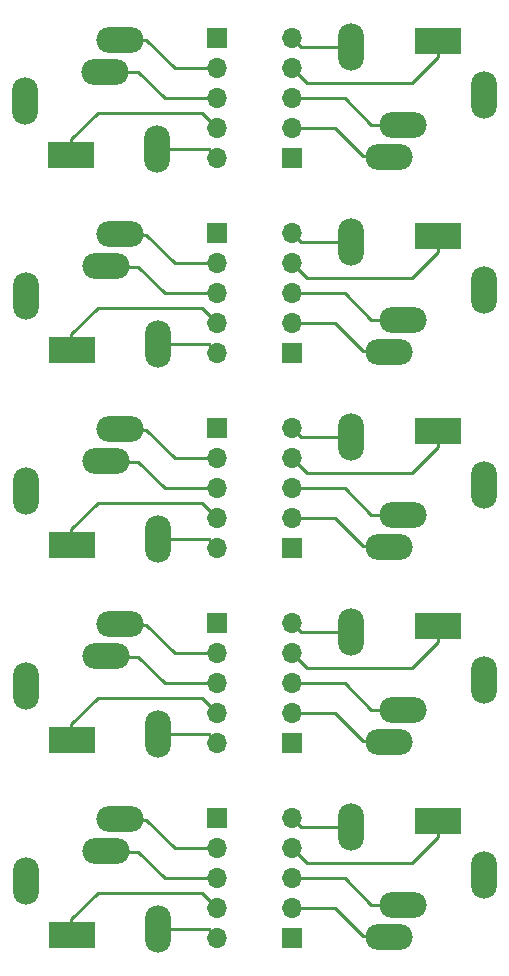
<source format=gbr>
G04 #@! TF.GenerationSoftware,KiCad,Pcbnew,(5.1.5-0-10_14)*
G04 #@! TF.CreationDate,2020-03-15T18:41:56-04:00*
G04 #@! TF.ProjectId,hp_breakout,68705f62-7265-4616-9b6f-75742e6b6963,rev?*
G04 #@! TF.SameCoordinates,Original*
G04 #@! TF.FileFunction,Copper,L1,Top*
G04 #@! TF.FilePolarity,Positive*
%FSLAX46Y46*%
G04 Gerber Fmt 4.6, Leading zero omitted, Abs format (unit mm)*
G04 Created by KiCad (PCBNEW (5.1.5-0-10_14)) date 2020-03-15 18:41:56*
%MOMM*%
%LPD*%
G04 APERTURE LIST*
%ADD10R,4.000000X2.200000*%
%ADD11O,2.200000X4.000000*%
%ADD12O,4.000000X2.200000*%
%ADD13O,1.700000X1.700000*%
%ADD14R,1.700000X1.700000*%
%ADD15C,0.250000*%
G04 APERTURE END LIST*
D10*
X48604000Y-42319000D03*
D11*
X55904000Y-41819000D03*
D12*
X51504000Y-35219000D03*
X52704000Y-32519000D03*
D11*
X44704000Y-37719000D03*
D10*
X48641000Y-58801000D03*
D11*
X55941000Y-58301000D03*
D12*
X51541000Y-51701000D03*
X52741000Y-49001000D03*
D11*
X44741000Y-54201000D03*
D10*
X79629000Y-49149000D03*
D11*
X72329000Y-49649000D03*
D12*
X76729000Y-56249000D03*
X75529000Y-58949000D03*
D11*
X83529000Y-53749000D03*
D10*
X48641000Y-108331000D03*
D11*
X55941000Y-107831000D03*
D12*
X51541000Y-101231000D03*
X52741000Y-98531000D03*
D11*
X44741000Y-103731000D03*
D10*
X79629000Y-65659000D03*
D11*
X72329000Y-66159000D03*
D12*
X76729000Y-72759000D03*
X75529000Y-75459000D03*
D11*
X83529000Y-70259000D03*
D10*
X79629000Y-82169000D03*
D11*
X72329000Y-82669000D03*
D12*
X76729000Y-89269000D03*
X75529000Y-91969000D03*
D11*
X83529000Y-86769000D03*
D10*
X48641000Y-75311000D03*
D11*
X55941000Y-74811000D03*
D12*
X51541000Y-68211000D03*
X52741000Y-65511000D03*
D11*
X44741000Y-70711000D03*
D10*
X79629000Y-32639000D03*
D11*
X72329000Y-33139000D03*
D12*
X76729000Y-39739000D03*
X75529000Y-42439000D03*
D11*
X83529000Y-37239000D03*
D10*
X79629000Y-98679000D03*
D11*
X72329000Y-99179000D03*
D12*
X76729000Y-105779000D03*
X75529000Y-108479000D03*
D11*
X83529000Y-103279000D03*
D10*
X48641000Y-91821000D03*
D11*
X55941000Y-91321000D03*
D12*
X51541000Y-84721000D03*
X52741000Y-82021000D03*
D11*
X44741000Y-87221000D03*
D13*
X67310000Y-48895000D03*
X67310000Y-51435000D03*
X67310000Y-53975000D03*
X67310000Y-56515000D03*
D14*
X67310000Y-59055000D03*
X60960000Y-98425000D03*
D13*
X60960000Y-100965000D03*
X60960000Y-103505000D03*
X60960000Y-106045000D03*
X60960000Y-108585000D03*
X67310000Y-65405000D03*
X67310000Y-67945000D03*
X67310000Y-70485000D03*
X67310000Y-73025000D03*
D14*
X67310000Y-75565000D03*
X67310000Y-92075000D03*
D13*
X67310000Y-89535000D03*
X67310000Y-86995000D03*
X67310000Y-84455000D03*
X67310000Y-81915000D03*
X60960000Y-75565000D03*
X60960000Y-73025000D03*
X60960000Y-70485000D03*
X60960000Y-67945000D03*
D14*
X60960000Y-65405000D03*
X67310000Y-42545000D03*
D13*
X67310000Y-40005000D03*
X67310000Y-37465000D03*
X67310000Y-34925000D03*
X67310000Y-32385000D03*
X67310000Y-98425000D03*
X67310000Y-100965000D03*
X67310000Y-103505000D03*
X67310000Y-106045000D03*
D14*
X67310000Y-108585000D03*
X60960000Y-81915000D03*
D13*
X60960000Y-84455000D03*
X60960000Y-86995000D03*
X60960000Y-89535000D03*
X60960000Y-92075000D03*
X60960000Y-59055000D03*
X60960000Y-56515000D03*
X60960000Y-53975000D03*
X60960000Y-51435000D03*
D14*
X60960000Y-48895000D03*
X60960000Y-32385000D03*
D13*
X60960000Y-34925000D03*
X60960000Y-37465000D03*
X60960000Y-40005000D03*
X60960000Y-42545000D03*
D15*
X48604000Y-40969000D02*
X50838000Y-38735000D01*
X48604000Y-42319000D02*
X48604000Y-40969000D01*
X59690000Y-38735000D02*
X60960000Y-40005000D01*
X50838000Y-38735000D02*
X59690000Y-38735000D01*
X60234000Y-41819000D02*
X60960000Y-42545000D01*
X55904000Y-41819000D02*
X60234000Y-41819000D01*
X51504000Y-35219000D02*
X54269000Y-35219000D01*
X56515000Y-37465000D02*
X60960000Y-37465000D01*
X54269000Y-35219000D02*
X56515000Y-37465000D01*
X54954000Y-32519000D02*
X57360000Y-34925000D01*
X52704000Y-32519000D02*
X54954000Y-32519000D01*
X57360000Y-34925000D02*
X60960000Y-34925000D01*
X70910000Y-56515000D02*
X67310000Y-56515000D01*
X73316000Y-58921000D02*
X70910000Y-56515000D01*
X75566000Y-58921000D02*
X73316000Y-58921000D01*
X71755000Y-53975000D02*
X67310000Y-53975000D01*
X74001000Y-56221000D02*
X71755000Y-53975000D01*
X76766000Y-56221000D02*
X74001000Y-56221000D01*
X68036000Y-49621000D02*
X67310000Y-48895000D01*
X72366000Y-49621000D02*
X68036000Y-49621000D01*
X79666000Y-50471000D02*
X77432000Y-52705000D01*
X79666000Y-49121000D02*
X79666000Y-50471000D01*
X77432000Y-52705000D02*
X68580000Y-52705000D01*
X68580000Y-52705000D02*
X67310000Y-51435000D01*
X48604000Y-107009000D02*
X50838000Y-104775000D01*
X48604000Y-108359000D02*
X48604000Y-107009000D01*
X50838000Y-104775000D02*
X59690000Y-104775000D01*
X59690000Y-104775000D02*
X60960000Y-106045000D01*
X60234000Y-107859000D02*
X60960000Y-108585000D01*
X55904000Y-107859000D02*
X60234000Y-107859000D01*
X56515000Y-103505000D02*
X60960000Y-103505000D01*
X54269000Y-101259000D02*
X56515000Y-103505000D01*
X51504000Y-101259000D02*
X54269000Y-101259000D01*
X57360000Y-100965000D02*
X60960000Y-100965000D01*
X54954000Y-98559000D02*
X57360000Y-100965000D01*
X52704000Y-98559000D02*
X54954000Y-98559000D01*
X70910000Y-73025000D02*
X67310000Y-73025000D01*
X73316000Y-75431000D02*
X70910000Y-73025000D01*
X75566000Y-75431000D02*
X73316000Y-75431000D01*
X71755000Y-70485000D02*
X67310000Y-70485000D01*
X74001000Y-72731000D02*
X71755000Y-70485000D01*
X76766000Y-72731000D02*
X74001000Y-72731000D01*
X68036000Y-66131000D02*
X67310000Y-65405000D01*
X72366000Y-66131000D02*
X68036000Y-66131000D01*
X79666000Y-66981000D02*
X77432000Y-69215000D01*
X79666000Y-65631000D02*
X79666000Y-66981000D01*
X77432000Y-69215000D02*
X68580000Y-69215000D01*
X68580000Y-69215000D02*
X67310000Y-67945000D01*
X79666000Y-83491000D02*
X77432000Y-85725000D01*
X79666000Y-82141000D02*
X79666000Y-83491000D01*
X77432000Y-85725000D02*
X68580000Y-85725000D01*
X68580000Y-85725000D02*
X67310000Y-84455000D01*
X68036000Y-82641000D02*
X67310000Y-81915000D01*
X72366000Y-82641000D02*
X68036000Y-82641000D01*
X71755000Y-86995000D02*
X67310000Y-86995000D01*
X74001000Y-89241000D02*
X71755000Y-86995000D01*
X76766000Y-89241000D02*
X74001000Y-89241000D01*
X70910000Y-89535000D02*
X67310000Y-89535000D01*
X73316000Y-91941000D02*
X70910000Y-89535000D01*
X75566000Y-91941000D02*
X73316000Y-91941000D01*
X57360000Y-67945000D02*
X60960000Y-67945000D01*
X54954000Y-65539000D02*
X57360000Y-67945000D01*
X52704000Y-65539000D02*
X54954000Y-65539000D01*
X56515000Y-70485000D02*
X60960000Y-70485000D01*
X54269000Y-68239000D02*
X56515000Y-70485000D01*
X51504000Y-68239000D02*
X54269000Y-68239000D01*
X60234000Y-74839000D02*
X60960000Y-75565000D01*
X55904000Y-74839000D02*
X60234000Y-74839000D01*
X48604000Y-73989000D02*
X50838000Y-71755000D01*
X48604000Y-75339000D02*
X48604000Y-73989000D01*
X50838000Y-71755000D02*
X59690000Y-71755000D01*
X59690000Y-71755000D02*
X60960000Y-73025000D01*
X79666000Y-33961000D02*
X77432000Y-36195000D01*
X79666000Y-32611000D02*
X79666000Y-33961000D01*
X77432000Y-36195000D02*
X68580000Y-36195000D01*
X68580000Y-36195000D02*
X67310000Y-34925000D01*
X68036000Y-33111000D02*
X67310000Y-32385000D01*
X72366000Y-33111000D02*
X68036000Y-33111000D01*
X71755000Y-37465000D02*
X67310000Y-37465000D01*
X74001000Y-39711000D02*
X71755000Y-37465000D01*
X76766000Y-39711000D02*
X74001000Y-39711000D01*
X70910000Y-40005000D02*
X67310000Y-40005000D01*
X73316000Y-42411000D02*
X70910000Y-40005000D01*
X75566000Y-42411000D02*
X73316000Y-42411000D01*
X70910000Y-106045000D02*
X67310000Y-106045000D01*
X73316000Y-108451000D02*
X70910000Y-106045000D01*
X75566000Y-108451000D02*
X73316000Y-108451000D01*
X71755000Y-103505000D02*
X67310000Y-103505000D01*
X74001000Y-105751000D02*
X71755000Y-103505000D01*
X76766000Y-105751000D02*
X74001000Y-105751000D01*
X68036000Y-99151000D02*
X67310000Y-98425000D01*
X72366000Y-99151000D02*
X68036000Y-99151000D01*
X79666000Y-100001000D02*
X77432000Y-102235000D01*
X79666000Y-98651000D02*
X79666000Y-100001000D01*
X77432000Y-102235000D02*
X68580000Y-102235000D01*
X68580000Y-102235000D02*
X67310000Y-100965000D01*
X48604000Y-90499000D02*
X50838000Y-88265000D01*
X48604000Y-91849000D02*
X48604000Y-90499000D01*
X50838000Y-88265000D02*
X59690000Y-88265000D01*
X59690000Y-88265000D02*
X60960000Y-89535000D01*
X60234000Y-91349000D02*
X60960000Y-92075000D01*
X55904000Y-91349000D02*
X60234000Y-91349000D01*
X56515000Y-86995000D02*
X60960000Y-86995000D01*
X54269000Y-84749000D02*
X56515000Y-86995000D01*
X51504000Y-84749000D02*
X54269000Y-84749000D01*
X57360000Y-84455000D02*
X60960000Y-84455000D01*
X54954000Y-82049000D02*
X57360000Y-84455000D01*
X52704000Y-82049000D02*
X54954000Y-82049000D01*
X57360000Y-51435000D02*
X60960000Y-51435000D01*
X54954000Y-49029000D02*
X57360000Y-51435000D01*
X52704000Y-49029000D02*
X54954000Y-49029000D01*
X56515000Y-53975000D02*
X60960000Y-53975000D01*
X54269000Y-51729000D02*
X56515000Y-53975000D01*
X51504000Y-51729000D02*
X54269000Y-51729000D01*
X60234000Y-58329000D02*
X60960000Y-59055000D01*
X55904000Y-58329000D02*
X60234000Y-58329000D01*
X48604000Y-57479000D02*
X50838000Y-55245000D01*
X48604000Y-58829000D02*
X48604000Y-57479000D01*
X50838000Y-55245000D02*
X59690000Y-55245000D01*
X59690000Y-55245000D02*
X60960000Y-56515000D01*
M02*

</source>
